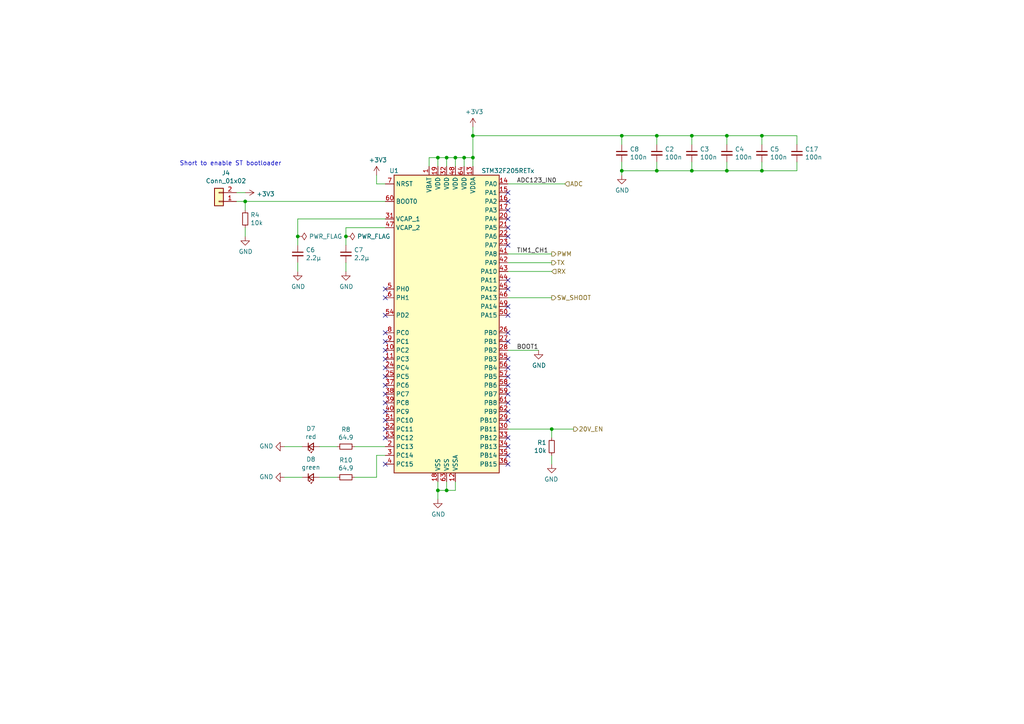
<source format=kicad_sch>
(kicad_sch (version 20211123) (generator eeschema)
  (paper "A4")
  (title_block (title "Electromagnetic Fault Injector") (date "2019-10-29") (rev "0.1") (company "Ledger"))
  (lib_symbols
    (symbol "Connector_Generic:Conn_01x02" (pin_names (offset 1.016) hide)
      (property "Reference" "J" (at 0 2.54 0))
      (property "Value" "Conn_01x02" (at 0 -5.08 0))
      (symbol "Conn_01x02_1_1"
        (rectangle (start -1.27 -2.413) (end 0 -2.667) (stroke (width 0.1524)))
        (rectangle (start -1.27 0.127) (end 0 -0.127) (stroke (width 0.1524)))
        (rectangle (start -1.27 1.27) (end 1.27 -3.81) (stroke (width 0.254)) (fill (type background)))
        (pin passive line (at -5.08 0 0) (length 3.81) (name "Pin_1") (number "1"))
        (pin passive line (at -5.08 -2.54 0) (length 3.81) (name "Pin_2") (number "2"))
      )
    )
    (symbol "Device:C_Small" (pin_numbers hide) (pin_names (offset 0.254) hide)
      (property "Reference" "C" (at 0.254 1.778 0))
      (property "Value" "C_Small" (at 0.254 -2.032 0))
      (symbol "C_Small_0_1"
        (polyline (pts (xy -1.524 -0.508) (xy 1.524 -0.508)) (stroke (width 0.3302)))
        (polyline (pts (xy -1.524 0.508) (xy 1.524 0.508)) (stroke (width 0.3048)))
      )
      (symbol "C_Small_1_1"
        (pin passive line (at 0 2.54 270) (length 2.032) (name "~") (number "1"))
        (pin passive line (at 0 -2.54 90) (length 2.032) (name "~") (number "2"))
      )
    )
    (symbol "Device:LED_Small" (pin_numbers hide) (pin_names (offset 0.254) hide)
      (property "Reference" "D" (at -1.27 3.175 0))
      (property "Value" "LED_Small" (at -4.445 -2.54 0))
      (symbol "LED_Small_0_1"
        (polyline (pts (xy -0.762 -1.016) (xy -0.762 1.016)) (stroke (width 0.254)))
        (polyline (pts (xy 1.016 0) (xy -0.762 0)))
        (polyline (pts (xy 0.762 -1.016) (xy -0.762 0) (xy 0.762 1.016) (xy 0.762 -1.016)) (stroke (width 0.254)))
        (polyline (pts (xy 0 0.762) (xy -0.508 1.27) (xy -0.254 1.27) (xy -0.508 1.27) (xy -0.508 1.016)))
        (polyline (pts (xy 0.508 1.27) (xy 0 1.778) (xy 0.254 1.778) (xy 0 1.778) (xy 0 1.524)))
      )
      (symbol "LED_Small_1_1"
        (pin passive line (at -2.54 0 0) (length 1.778) (name "K") (number "1"))
        (pin passive line (at 2.54 0 180) (length 1.778) (name "A") (number "2"))
      )
    )
    (symbol "Device:R_Small" (pin_numbers hide) (pin_names (offset 0.254) hide)
      (property "Reference" "R" (at 0.762 0.508 0))
      (property "Value" "R_Small" (at 0.762 -1.016 0))
      (symbol "R_Small_0_1"
        (rectangle (start -0.762 1.778) (end 0.762 -1.778) (stroke (width 0.2032)))
      )
      (symbol "R_Small_1_1"
        (pin passive line (at 0 2.54 270) (length 0.762) (name "~") (number "1"))
        (pin passive line (at 0 -2.54 90) (length 0.762) (name "~") (number "2"))
      )
    )
    (symbol "MCU_ST_STM32F2:STM32F205RETx"
      (property "Reference" "U" (at -15.24 44.45 0))
      (property "Value" "STM32F205RETx" (at 10.16 44.45 0))
      (symbol "STM32F205RETx_0_1"
        (rectangle (start -15.24 -43.18) (end 15.24 43.18) (stroke (width 0.254)) (fill (type background)))
      )
      (symbol "STM32F205RETx_1_1"
        (pin power_in line (at -5.08 45.72 270) (length 2.54) (name "VBAT") (number "1"))
        (pin bidirectional line (at -17.78 -7.62 0) (length 2.54) (name "PC2") (number "10"))
        (pin bidirectional line (at -17.78 -10.16 0) (length 2.54) (name "PC3") (number "11"))
        (pin power_in line (at 2.54 -45.72 90) (length 2.54) (name "VSSA") (number "12"))
        (pin power_in line (at 7.62 45.72 270) (length 2.54) (name "VDDA") (number "13"))
        (pin bidirectional line (at 17.78 40.64 180) (length 2.54) (name "PA0") (number "14"))
        (pin bidirectional line (at 17.78 38.1 180) (length 2.54) (name "PA1") (number "15"))
        (pin bidirectional line (at 17.78 35.56 180) (length 2.54) (name "PA2") (number "16"))
        (pin bidirectional line (at 17.78 33.02 180) (length 2.54) (name "PA3") (number "17"))
        (pin power_in line (at -2.54 -45.72 90) (length 2.54) (name "VSS") (number "18"))
        (pin power_in line (at -2.54 45.72 270) (length 2.54) (name "VDD") (number "19"))
        (pin bidirectional line (at -17.78 -35.56 0) (length 2.54) (name "PC13") (number "2"))
        (pin bidirectional line (at 17.78 30.48 180) (length 2.54) (name "PA4") (number "20"))
        (pin bidirectional line (at 17.78 27.94 180) (length 2.54) (name "PA5") (number "21"))
        (pin bidirectional line (at 17.78 25.4 180) (length 2.54) (name "PA6") (number "22"))
        (pin bidirectional line (at 17.78 22.86 180) (length 2.54) (name "PA7") (number "23"))
        (pin bidirectional line (at -17.78 -12.7 0) (length 2.54) (name "PC4") (number "24"))
        (pin bidirectional line (at -17.78 -15.24 0) (length 2.54) (name "PC5") (number "25"))
        (pin bidirectional line (at 17.78 -2.54 180) (length 2.54) (name "PB0") (number "26"))
        (pin bidirectional line (at 17.78 -5.08 180) (length 2.54) (name "PB1") (number "27"))
        (pin bidirectional line (at 17.78 -7.62 180) (length 2.54) (name "PB2") (number "28"))
        (pin bidirectional line (at 17.78 -27.94 180) (length 2.54) (name "PB10") (number "29"))
        (pin bidirectional line (at -17.78 -38.1 0) (length 2.54) (name "PC14") (number "3"))
        (pin bidirectional line (at 17.78 -30.48 180) (length 2.54) (name "PB11") (number "30"))
        (pin power_in line (at -17.78 30.48 0) (length 2.54) (name "VCAP_1") (number "31"))
        (pin power_in line (at 0 45.72 270) (length 2.54) (name "VDD") (number "32"))
        (pin bidirectional line (at 17.78 -33.02 180) (length 2.54) (name "PB12") (number "33"))
        (pin bidirectional line (at 17.78 -35.56 180) (length 2.54) (name "PB13") (number "34"))
        (pin bidirectional line (at 17.78 -38.1 180) (length 2.54) (name "PB14") (number "35"))
        (pin bidirectional line (at 17.78 -40.64 180) (length 2.54) (name "PB15") (number "36"))
        (pin bidirectional line (at -17.78 -17.78 0) (length 2.54) (name "PC6") (number "37"))
        (pin bidirectional line (at -17.78 -20.32 0) (length 2.54) (name "PC7") (number "38"))
        (pin bidirectional line (at -17.78 -22.86 0) (length 2.54) (name "PC8") (number "39"))
        (pin bidirectional line (at -17.78 -40.64 0) (length 2.54) (name "PC15") (number "4"))
        (pin bidirectional line (at -17.78 -25.4 0) (length 2.54) (name "PC9") (number "40"))
        (pin bidirectional line (at 17.78 20.32 180) (length 2.54) (name "PA8") (number "41"))
        (pin bidirectional line (at 17.78 17.78 180) (length 2.54) (name "PA9") (number "42"))
        (pin bidirectional line (at 17.78 15.24 180) (length 2.54) (name "PA10") (number "43"))
        (pin bidirectional line (at 17.78 12.7 180) (length 2.54) (name "PA11") (number "44"))
        (pin bidirectional line (at 17.78 10.16 180) (length 2.54) (name "PA12") (number "45"))
        (pin bidirectional line (at 17.78 7.62 180) (length 2.54) (name "PA13") (number "46"))
        (pin power_in line (at -17.78 27.94 0) (length 2.54) (name "VCAP_2") (number "47"))
        (pin power_in line (at 2.54 45.72 270) (length 2.54) (name "VDD") (number "48"))
        (pin bidirectional line (at 17.78 5.08 180) (length 2.54) (name "PA14") (number "49"))
        (pin input line (at -17.78 10.16 0) (length 2.54) (name "PH0") (number "5"))
        (pin bidirectional line (at 17.78 2.54 180) (length 2.54) (name "PA15") (number "50"))
        (pin bidirectional line (at -17.78 -27.94 0) (length 2.54) (name "PC10") (number "51"))
        (pin bidirectional line (at -17.78 -30.48 0) (length 2.54) (name "PC11") (number "52"))
        (pin bidirectional line (at -17.78 -33.02 0) (length 2.54) (name "PC12") (number "53"))
        (pin bidirectional line (at -17.78 2.54 0) (length 2.54) (name "PD2") (number "54"))
        (pin bidirectional line (at 17.78 -10.16 180) (length 2.54) (name "PB3") (number "55"))
        (pin bidirectional line (at 17.78 -12.7 180) (length 2.54) (name "PB4") (number "56"))
        (pin bidirectional line (at 17.78 -15.24 180) (length 2.54) (name "PB5") (number "57"))
        (pin bidirectional line (at 17.78 -17.78 180) (length 2.54) (name "PB6") (number "58"))
        (pin bidirectional line (at 17.78 -20.32 180) (length 2.54) (name "PB7") (number "59"))
        (pin input line (at -17.78 7.62 0) (length 2.54) (name "PH1") (number "6"))
        (pin input line (at -17.78 35.56 0) (length 2.54) (name "BOOT0") (number "60"))
        (pin bidirectional line (at 17.78 -22.86 180) (length 2.54) (name "PB8") (number "61"))
        (pin bidirectional line (at 17.78 -25.4 180) (length 2.54) (name "PB9") (number "62"))
        (pin power_in line (at 0 -45.72 90) (length 2.54) (name "VSS") (number "63"))
        (pin power_in line (at 5.08 45.72 270) (length 2.54) (name "VDD") (number "64"))
        (pin input line (at -17.78 40.64 0) (length 2.54) (name "NRST") (number "7"))
        (pin bidirectional line (at -17.78 -2.54 0) (length 2.54) (name "PC0") (number "8"))
        (pin bidirectional line (at -17.78 -5.08 0) (length 2.54) (name "PC1") (number "9"))
      )
    )
    (symbol "power:+3V3" (power) (pin_names (offset 0))
      (property "Value" "+3V3" (at 0 3.556 0))
      (symbol "+3V3_0_1"
        (polyline (pts (xy -0.762 1.27) (xy 0 2.54)))
        (polyline (pts (xy 0 0) (xy 0 2.54)))
        (polyline (pts (xy 0 2.54) (xy 0.762 1.27)))
      )
      (symbol "+3V3_1_1"
        (pin power_in line (at 0 0 90) (length 0) hide (name "+3V3") (number "1"))
      )
    )
    (symbol "power:GND" (power) (pin_names (offset 0))
      (property "Value" "GND" (at 0 -3.81 0))
      (symbol "GND_0_1"
        (polyline (pts (xy 0 0) (xy 0 -1.27) (xy 1.27 -1.27) (xy 0 -2.54) (xy -1.27 -1.27) (xy 0 -1.27)))
      )
      (symbol "GND_1_1"
        (pin power_in line (at 0 0 270) (length 0) hide (name "GND") (number "1"))
      )
    )
    (symbol "power:PWR_FLAG" (power) (pin_numbers hide) (pin_names (offset 0) hide)
      (property "Value" "PWR_FLAG" (at 0 3.81 0))
      (symbol "PWR_FLAG_0_0"
        (pin power_out line (at 0 0 90) (length 0) (name "pwr") (number "1"))
      )
      (symbol "PWR_FLAG_0_1"
        (polyline (pts (xy 0 0) (xy 0 1.27) (xy -1.016 1.905) (xy 0 2.54) (xy 1.016 1.905) (xy 0 1.27)))
      )
    )
  )
  (junction (at 220.98 39.37))
  (junction (at 129.54 45.72))
  (junction (at 86.36 68.58))
  (junction (at 180.34 39.37))
  (junction (at 190.5 39.37))
  (junction (at 200.66 39.37))
  (junction (at 100.33 68.58))
  (junction (at 127 142.24))
  (junction (at 160.02 124.46))
  (junction (at 137.16 45.72))
  (junction (at 180.34 49.53))
  (junction (at 210.82 39.37))
  (junction (at 210.82 49.53))
  (junction (at 200.66 49.53))
  (junction (at 220.98 49.53))
  (junction (at 129.54 142.24))
  (junction (at 71.12 58.42))
  (junction (at 190.5 49.53))
  (junction (at 132.08 45.72))
  (junction (at 137.16 39.37))
  (junction (at 134.62 45.72))
  (junction (at 127 45.72))
  (no_connect (at 147.32 68.58))
  (no_connect (at 111.76 114.3))
  (no_connect (at 147.32 109.22))
  (no_connect (at 147.32 134.62))
  (no_connect (at 147.32 119.38))
  (no_connect (at 147.32 58.42))
  (no_connect (at 111.76 91.44))
  (no_connect (at 111.76 134.62))
  (no_connect (at 147.32 88.9))
  (no_connect (at 147.32 99.06))
  (no_connect (at 147.32 106.68))
  (no_connect (at 147.32 114.3))
  (no_connect (at 111.76 124.46))
  (no_connect (at 111.76 116.84))
  (no_connect (at 147.32 91.44))
  (no_connect (at 111.76 99.06))
  (no_connect (at 147.32 83.82))
  (no_connect (at 147.32 71.12))
  (no_connect (at 111.76 109.22))
  (no_connect (at 147.32 116.84))
  (no_connect (at 111.76 96.52))
  (no_connect (at 147.32 127))
  (no_connect (at 111.76 121.92))
  (no_connect (at 147.32 104.14))
  (no_connect (at 111.76 119.38))
  (no_connect (at 147.32 111.76))
  (no_connect (at 147.32 60.96))
  (no_connect (at 147.32 63.5))
  (no_connect (at 111.76 111.76))
  (no_connect (at 111.76 104.14))
  (no_connect (at 111.76 106.68))
  (no_connect (at 147.32 55.88))
  (no_connect (at 147.32 66.04))
  (no_connect (at 111.76 83.82))
  (no_connect (at 111.76 86.36))
  (no_connect (at 111.76 127))
  (no_connect (at 147.32 129.54))
  (no_connect (at 147.32 132.08))
  (no_connect (at 147.32 121.92))
  (no_connect (at 147.32 96.52))
  (no_connect (at 111.76 101.6))
  (no_connect (at 147.32 81.28))
  (wire (pts (xy 129.54 45.72) (xy 127 45.72)))
  (wire (pts (xy 109.22 53.34) (xy 109.22 50.8)))
  (wire (pts (xy 147.32 124.46) (xy 160.02 124.46)))
  (wire (pts (xy 132.08 48.26) (xy 132.08 45.72)))
  (wire (pts (xy 100.33 78.74) (xy 100.33 76.2)))
  (wire (pts (xy 127 48.26) (xy 127 45.72)))
  (wire (pts (xy 180.34 50.8) (xy 180.34 49.53)))
  (wire (pts (xy 86.36 71.12) (xy 86.36 68.58)))
  (wire (pts (xy 134.62 45.72) (xy 132.08 45.72)))
  (wire (pts (xy 71.12 60.96) (xy 71.12 58.42)))
  (wire (pts (xy 160.02 86.36) (xy 147.32 86.36)))
  (wire (pts (xy 71.12 58.42) (xy 68.58 58.42)))
  (wire (pts (xy 163.83 53.34) (xy 147.32 53.34)))
  (wire (pts (xy 86.36 68.58) (xy 86.36 63.5)))
  (wire (pts (xy 190.5 39.37) (xy 180.34 39.37)))
  (wire (pts (xy 127 45.72) (xy 124.46 45.72)))
  (wire (pts (xy 100.33 66.04) (xy 100.33 68.58)))
  (wire (pts (xy 102.87 129.54) (xy 111.76 129.54)))
  (wire (pts (xy 127 139.7) (xy 127 142.24)))
  (wire (pts (xy 231.14 41.91) (xy 231.14 39.37)))
  (wire (pts (xy 134.62 48.26) (xy 134.62 45.72)))
  (wire (pts (xy 160.02 127) (xy 160.02 124.46)))
  (wire (pts (xy 111.76 66.04) (xy 100.33 66.04)))
  (wire (pts (xy 124.46 45.72) (xy 124.46 48.26)))
  (wire (pts (xy 160.02 78.74) (xy 147.32 78.74)))
  (wire (pts (xy 92.71 138.43) (xy 97.79 138.43)))
  (wire (pts (xy 111.76 53.34) (xy 109.22 53.34)))
  (wire (pts (xy 109.22 138.43) (xy 102.87 138.43)))
  (wire (pts (xy 220.98 39.37) (xy 210.82 39.37)))
  (wire (pts (xy 109.22 132.08) (xy 109.22 138.43)))
  (wire (pts (xy 129.54 139.7) (xy 129.54 142.24)))
  (wire (pts (xy 111.76 58.42) (xy 71.12 58.42)))
  (wire (pts (xy 132.08 139.7) (xy 132.08 142.24)))
  (wire (pts (xy 210.82 41.91) (xy 210.82 39.37)))
  (wire (pts (xy 137.16 45.72) (xy 134.62 45.72)))
  (wire (pts (xy 92.71 129.54) (xy 97.79 129.54)))
  (wire (pts (xy 129.54 142.24) (xy 127 142.24)))
  (wire (pts (xy 147.32 101.6) (xy 156.21 101.6)))
  (wire (pts (xy 190.5 41.91) (xy 190.5 39.37)))
  (wire (pts (xy 190.5 49.53) (xy 200.66 49.53)))
  (wire (pts (xy 180.34 39.37) (xy 137.16 39.37)))
  (wire (pts (xy 100.33 68.58) (xy 100.33 71.12)))
  (wire (pts (xy 180.34 41.91) (xy 180.34 39.37)))
  (wire (pts (xy 86.36 78.74) (xy 86.36 76.2)))
  (wire (pts (xy 160.02 76.2) (xy 147.32 76.2)))
  (wire (pts (xy 160.02 124.46) (xy 166.37 124.46)))
  (wire (pts (xy 127 142.24) (xy 127 144.78)))
  (wire (pts (xy 200.66 46.99) (xy 200.66 49.53)))
  (wire (pts (xy 71.12 66.04) (xy 71.12 68.58)))
  (wire (pts (xy 180.34 49.53) (xy 180.34 46.99)))
  (wire (pts (xy 137.16 45.72) (xy 137.16 48.26)))
  (wire (pts (xy 210.82 39.37) (xy 200.66 39.37)))
  (wire (pts (xy 160.02 132.08) (xy 160.02 134.62)))
  (wire (pts (xy 190.5 46.99) (xy 190.5 49.53)))
  (wire (pts (xy 210.82 46.99) (xy 210.82 49.53)))
  (wire (pts (xy 231.14 39.37) (xy 220.98 39.37)))
  (wire (pts (xy 220.98 46.99) (xy 220.98 49.53)))
  (wire (pts (xy 86.36 63.5) (xy 111.76 63.5)))
  (wire (pts (xy 132.08 45.72) (xy 129.54 45.72)))
  (wire (pts (xy 82.55 129.54) (xy 87.63 129.54)))
  (wire (pts (xy 82.55 138.43) (xy 87.63 138.43)))
  (wire (pts (xy 71.12 55.88) (xy 68.58 55.88)))
  (wire (pts (xy 220.98 49.53) (xy 231.14 49.53)))
  (wire (pts (xy 220.98 41.91) (xy 220.98 39.37)))
  (wire (pts (xy 137.16 39.37) (xy 137.16 45.72)))
  (wire (pts (xy 129.54 48.26) (xy 129.54 45.72)))
  (wire (pts (xy 200.66 39.37) (xy 190.5 39.37)))
  (wire (pts (xy 210.82 49.53) (xy 220.98 49.53)))
  (wire (pts (xy 132.08 142.24) (xy 129.54 142.24)))
  (wire (pts (xy 111.76 132.08) (xy 109.22 132.08)))
  (wire (pts (xy 231.14 49.53) (xy 231.14 46.99)))
  (wire (pts (xy 180.34 49.53) (xy 190.5 49.53)))
  (wire (pts (xy 137.16 36.83) (xy 137.16 39.37)))
  (wire (pts (xy 200.66 41.91) (xy 200.66 39.37)))
  (wire (pts (xy 200.66 49.53) (xy 210.82 49.53)))
  (wire (pts (xy 147.32 73.66) (xy 160.02 73.66)))
  (text "Short to enable ST bootloader" (at 52.07 48.26 0) (effects (font (size 1.27 1.27)) (justify left bottom)))
  (label "ADC123_IN0" (at 149.86 53.34 0))
  (label "TIM1_CH1" (at 149.86 73.66 0))
  (label "BOOT1" (at 149.86 101.6 0))
  (hierarchical_label "ADC" (shape input) (at 163.83 53.34 0))
  (hierarchical_label "20V_EN" (shape output) (at 166.37 124.46 0))
  (hierarchical_label "PWM" (shape output) (at 160.02 73.66 0))
  (hierarchical_label "RX" (shape input) (at 160.02 78.74 0))
  (hierarchical_label "SW_SHOOT" (shape output) (at 160.02 86.36 0))
  (hierarchical_label "TX" (shape output) (at 160.02 76.2 0))
  (symbol (lib_id "Connector_Generic:Conn_01x02") (at 63.5 58.42 180) (unit 1)
    (property "Reference" "J4" (at 65.532 50.165 0))
    (property "Value" "Conn_01x02" (at 65.532 52.4764 0))
    (property "Footprint" "Connector_PinHeader_2.54mm:PinHeader_1x02_P2.54mm_Vertical" (effects hide))
  )
  (symbol (lib_id "power:+3V3") (at 71.12 55.88 270) (unit 1)
    (property "Reference" "#PWR010" (effects hide))
    (property "Value" "+3V3" (at 74.3712 56.261 90) (effects (justify left)))
  )
  (symbol (lib_id "Device:R_Small") (at 71.12 63.5 180) (unit 1)
    (property "Reference" "R4" (at 72.6186 62.3316 0) (effects (justify right)))
    (property "Value" "10k" (at 72.6186 64.643 0) (effects (justify right)))
    (property "Footprint" "Resistor_SMD:R_0603_1608Metric" (effects hide))
    (property "Manufacturer" "TE Connectivity" (effects hide))
    (property "ManufacturerRef" "CRGH0603J10K" (effects hide))
    (property "Price" "0.038" (effects hide))
    (property "Vendor" "Farnell" (effects hide))
    (property "VendorRef" "2331740" (effects hide))
  )
  (symbol (lib_id "power:GND") (at 71.12 68.58 0) (unit 1)
    (property "Reference" "#PWR011" (effects hide))
    (property "Value" "GND" (at 71.247 72.9742 0))
  )
  (symbol (lib_id "Device:C_Small") (at 86.36 73.66 0) (unit 1)
    (property "Reference" "C6" (at 88.6968 72.4916 0) (effects (justify left)))
    (property "Value" "2.2µ" (at 88.6968 74.803 0) (effects (justify left)))
    (property "Footprint" "Capacitor_SMD:C_0603_1608Metric" (effects hide))
    (property "Manufacturer" "Murata" (effects hide))
    (property "ManufacturerRef" "GRM188R61E225KA12D" (effects hide))
    (property "Price" "0.154" (effects hide))
    (property "Vendor" "Farnell" (effects hide))
    (property "VendorRef" "1845734" (effects hide))
    (property "Voltage" "25" (effects hide))
  )
  (symbol (lib_id "Device:C_Small") (at 100.33 73.66 0) (unit 1)
    (property "Reference" "C7" (at 102.6668 72.4916 0) (effects (justify left)))
    (property "Value" "2.2µ" (at 102.6668 74.803 0) (effects (justify left)))
    (property "Footprint" "Capacitor_SMD:C_0603_1608Metric" (effects hide))
    (property "Manufacturer" "Murata" (effects hide))
    (property "ManufacturerRef" "GRM188R61E225KA12D" (effects hide))
    (property "Price" "0.154" (effects hide))
    (property "Vendor" "Farnell" (effects hide))
    (property "VendorRef" "1845734" (effects hide))
    (property "Voltage" "25" (effects hide))
  )
  (symbol (lib_id "power:GND") (at 86.36 78.74 0) (unit 1)
    (property "Reference" "#PWR012" (effects hide))
    (property "Value" "GND" (at 86.487 83.1342 0))
  )
  (symbol (lib_id "power:GND") (at 100.33 78.74 0) (unit 1)
    (property "Reference" "#PWR013" (effects hide))
    (property "Value" "GND" (at 100.457 83.1342 0))
  )
  (symbol (lib_id "power:GND") (at 127 144.78 0) (unit 1)
    (property "Reference" "#PWR015" (effects hide))
    (property "Value" "GND" (at 127.127 149.1742 0))
  )
  (symbol (lib_id "Device:C_Small") (at 180.34 44.45 0) (unit 1)
    (property "Reference" "C8" (at 182.6768 43.2816 0) (effects (justify left)))
    (property "Value" "100n" (at 182.6768 45.593 0) (effects (justify left)))
    (property "Footprint" "Capacitor_SMD:C_0603_1608Metric" (effects hide))
    (property "Manufacturer" "Multicomp" (effects hide))
    (property "ManufacturerRef" "MC0603B104K250CT" (effects hide))
    (property "Price" "0.0477" (effects hide))
    (property "Vendor" "Farnell" (effects hide))
    (property "VendorRef" "1759037" (effects hide))
    (property "Voltage" "25" (effects hide))
  )
  (symbol (lib_id "power:GND") (at 180.34 50.8 0) (unit 1)
    (property "Reference" "#PWR018" (effects hide))
    (property "Value" "GND" (at 180.467 55.1942 0))
  )
  (symbol (lib_id "power:+3V3") (at 137.16 36.83 0) (unit 1)
    (property "Reference" "#PWR016" (effects hide))
    (property "Value" "+3V3" (at 137.541 32.4358 0))
  )
  (symbol (lib_id "MCU_ST_STM32F2:STM32F205RETx") (at 129.54 93.98 0) (unit 1)
    (property "Reference" "U1" (at 114.3 49.53 0))
    (property "Value" "STM32F205RETx" (at 147.32 49.53 0))
    (property "Footprint" "Package_QFP:LQFP-64_10x10mm_P0.5mm" (effects hide))
    (property "Datasheet" "http://www.st.com/st-web-ui/static/active/en/resource/technical/document/datasheet/CD00237391.pdf" (effects hide))
    (property "Manufacturer" "STMicroelectronics" (effects hide))
    (property "ManufacturerRef" "STM32F205RET6" (effects hide))
    (property "Vendor" "Farnell" (effects hide))
    (property "VendorRef" "2060897" (effects hide))
    (property "Price" "10.21" (effects hide))
  )
  (symbol (lib_id "power:GND") (at 156.21 101.6 0) (unit 1)
    (property "Reference" "#PWR017" (effects hide))
    (property "Value" "GND" (at 156.337 105.9942 0))
  )
  (symbol (lib_id "power:+3V3") (at 109.22 50.8 0) (unit 1)
    (property "Reference" "#PWR014" (effects hide))
    (property "Value" "+3V3" (at 109.601 46.4058 0))
  )
  (symbol (lib_id "Device:C_Small") (at 190.5 44.45 0) (unit 1)
    (property "Reference" "C2" (at 192.8368 43.2816 0) (effects (justify left)))
    (property "Value" "100n" (at 192.8368 45.593 0) (effects (justify left)))
    (property "Footprint" "Capacitor_SMD:C_0603_1608Metric" (effects hide))
    (property "Manufacturer" "Multicomp" (effects hide))
    (property "ManufacturerRef" "MC0603B104K250CT" (effects hide))
    (property "Price" "0.0477" (effects hide))
    (property "Vendor" "Farnell" (effects hide))
    (property "VendorRef" "1759037" (effects hide))
    (property "Voltage" "25" (effects hide))
  )
  (symbol (lib_id "Device:C_Small") (at 200.66 44.45 0) (unit 1)
    (property "Reference" "C3" (at 202.9968 43.2816 0) (effects (justify left)))
    (property "Value" "100n" (at 202.9968 45.593 0) (effects (justify left)))
    (property "Footprint" "Capacitor_SMD:C_0603_1608Metric" (effects hide))
    (property "Manufacturer" "Multicomp" (effects hide))
    (property "ManufacturerRef" "MC0603B104K250CT" (effects hide))
    (property "Price" "0.0477" (effects hide))
    (property "Vendor" "Farnell" (effects hide))
    (property "VendorRef" "1759037" (effects hide))
    (property "Voltage" "25" (effects hide))
  )
  (symbol (lib_id "Device:C_Small") (at 210.82 44.45 0) (unit 1)
    (property "Reference" "C4" (at 213.1568 43.2816 0) (effects (justify left)))
    (property "Value" "100n" (at 213.1568 45.593 0) (effects (justify left)))
    (property "Footprint" "Capacitor_SMD:C_0603_1608Metric" (effects hide))
    (property "Manufacturer" "Multicomp" (effects hide))
    (property "ManufacturerRef" "MC0603B104K250CT" (effects hide))
    (property "Price" "0.0477" (effects hide))
    (property "Vendor" "Farnell" (effects hide))
    (property "VendorRef" "1759037" (effects hide))
    (property "Voltage" "25" (effects hide))
  )
  (symbol (lib_id "Device:C_Small") (at 220.98 44.45 0) (unit 1)
    (property "Reference" "C5" (at 223.3168 43.2816 0) (effects (justify left)))
    (property "Value" "100n" (at 223.3168 45.593 0) (effects (justify left)))
    (property "Footprint" "Capacitor_SMD:C_0603_1608Metric" (effects hide))
    (property "Manufacturer" "Multicomp" (effects hide))
    (property "ManufacturerRef" "MC0603B104K250CT" (effects hide))
    (property "Price" "0.0477" (effects hide))
    (property "Vendor" "Farnell" (effects hide))
    (property "VendorRef" "1759037" (effects hide))
    (property "Voltage" "25" (effects hide))
  )
  (symbol (lib_id "Device:C_Small") (at 231.14 44.45 0) (unit 1)
    (property "Reference" "C17" (at 233.4768 43.2816 0) (effects (justify left)))
    (property "Value" "100n" (at 233.4768 45.593 0) (effects (justify left)))
    (property "Footprint" "Capacitor_SMD:C_0603_1608Metric" (effects hide))
    (property "Manufacturer" "Multicomp" (effects hide))
    (property "ManufacturerRef" "MC0603B104K250CT" (effects hide))
    (property "Price" "0.0477" (effects hide))
    (property "Vendor" "Farnell" (effects hide))
    (property "VendorRef" "1759037" (effects hide))
    (property "Voltage" "25" (effects hide))
  )
  (symbol (lib_id "Device:R_Small") (at 160.02 129.54 0) (mirror x) (unit 1)
    (property "Reference" "R1" (at 158.5214 128.3716 0) (effects (justify right)))
    (property "Value" "10k" (at 158.5214 130.683 0) (effects (justify right)))
    (property "Footprint" "Resistor_SMD:R_0603_1608Metric" (effects hide))
    (property "Manufacturer" "TE Connectivity" (effects hide))
    (property "ManufacturerRef" "CRGH0603J10K" (effects hide))
    (property "Price" "0.038" (effects hide))
    (property "Vendor" "Farnell" (effects hide))
    (property "VendorRef" "2331740" (effects hide))
  )
  (symbol (lib_id "power:GND") (at 160.02 134.62 0) (mirror y) (unit 1)
    (property "Reference" "#PWR0103" (effects hide))
    (property "Value" "GND" (at 159.893 139.0142 0))
  )
  (symbol (lib_id "Device:R_Small") (at 100.33 129.54 90) (mirror x) (unit 1)
    (property "Reference" "R8" (at 100.33 124.5616 90))
    (property "Value" "64.9" (at 100.33 126.873 90))
    (property "Footprint" "Resistor_SMD:R_0603_1608Metric" (effects hide))
    (property "Manufacturer" "Vishay" (effects hide))
    (property "ManufacturerRef" "CRCW060364R9FKEA" (effects hide))
    (property "Price" "0.0214" (effects hide))
    (property "ValueIdeal" "65" (effects hide))
    (property "Vendor" "Farnell" (effects hide))
    (property "VendorRef" "2141257" (effects hide))
  )
  (symbol (lib_id "Device:LED_Small") (at 90.17 129.54 0) (mirror x) (unit 1)
    (property "Reference" "D7" (at 90.17 124.333 0))
    (property "Value" "red" (at 90.17 126.6444 0))
    (property "Footprint" "Diode_SMD:D_0603_1608Metric" (effects hide))
    (property "Manufacturer" "Kingbright" (effects hide))
    (property "ManufacturerRef" "KPT-1608EC" (effects hide))
    (property "Price" "0.114" (effects hide))
    (property "Vendor" "Farnell" (effects hide))
    (property "VendorRef" "2099221" (effects hide))
  )
  (symbol (lib_id "power:GND") (at 82.55 129.54 270) (mirror x) (unit 1)
    (property "Reference" "#PWR0116" (effects hide))
    (property "Value" "GND" (at 79.2988 129.413 90) (effects (justify right)))
  )
  (symbol (lib_id "Device:R_Small") (at 100.33 138.43 90) (mirror x) (unit 1)
    (property "Reference" "R10" (at 100.33 133.4516 90))
    (property "Value" "64.9" (at 100.33 135.763 90))
    (property "Footprint" "Resistor_SMD:R_0603_1608Metric" (effects hide))
    (property "Manufacturer" "Vishay" (effects hide))
    (property "ManufacturerRef" "CRCW060364R9FKEA" (effects hide))
    (property "Price" "0.0214" (effects hide))
    (property "ValueIdeal" "65" (effects hide))
    (property "Vendor" "Farnell" (effects hide))
    (property "VendorRef" "2141257" (effects hide))
  )
  (symbol (lib_id "Device:LED_Small") (at 90.17 138.43 0) (mirror x) (unit 1)
    (property "Reference" "D8" (at 90.17 133.223 0))
    (property "Value" "green" (at 90.17 135.5344 0))
    (property "Footprint" "Diode_SMD:D_0603_1608Metric" (effects hide))
    (property "Manufacturer" "Kingbright" (effects hide))
    (property "ManufacturerRef" "KPT-1608CGCK" (effects hide))
    (property "Price" "0.181" (effects hide))
    (property "Vendor" "Farnell" (effects hide))
    (property "VendorRef" "2099220" (effects hide))
  )
  (symbol (lib_id "power:GND") (at 82.55 138.43 270) (mirror x) (unit 1)
    (property "Reference" "#PWR0117" (effects hide))
    (property "Value" "GND" (at 79.2988 138.303 90) (effects (justify right)))
  )
  (symbol (lib_id "power:PWR_FLAG") (at 100.33 68.58 270) (unit 1)
    (property "Reference" "#FLG0101" (effects hide))
    (property "Value" "PWR_FLAG" (at 103.5812 68.58 90) (effects (justify left)))
  )
  (symbol (lib_id "power:PWR_FLAG") (at 86.36 68.58 270) (unit 1)
    (property "Reference" "#FLG0102" (effects hide))
    (property "Value" "PWR_FLAG" (at 89.6112 68.58 90) (effects (justify left)))
  )
)
</source>
